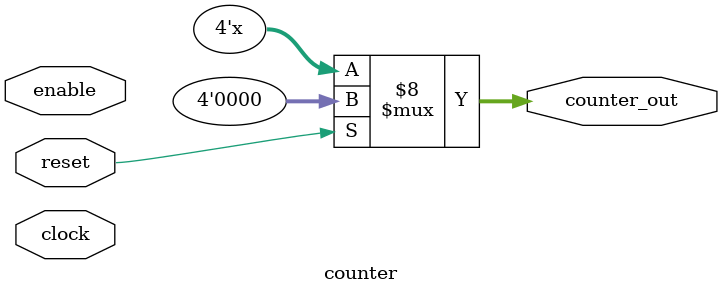
<source format=v>
`timescale 1ns / 1ps


module counter (
        clock , // Clock input of the design
        reset , // active high, synchronous Reset input
        enable , // Active high enable signal for counter
        counter_out // 4 bit vector output of the counter
    ); // End of port list
        
    //-------------Input Ports-----------------------------
    input clock ;
    input reset ;
    input enable ;
    
    //-------------Output Ports----------------------------
    output [3:0] counter_out ;
    
    //-------------Input ports Data Type-------------------
    wire clock ;
    wire reset ;
    wire enable ;

    reg [3:0] counter_out ;
    
    always @ (clock)
    begin : COUNTER // Block Name
      if (reset == 1'b1) begin
        counter_out <= 4'b0000;
      end
      else if (enable == 1'b1) begin
        counter_out <= counter_out + 1;
      end
    end // End of Block COUNTER

endmodule // End of Module scounter
</source>
